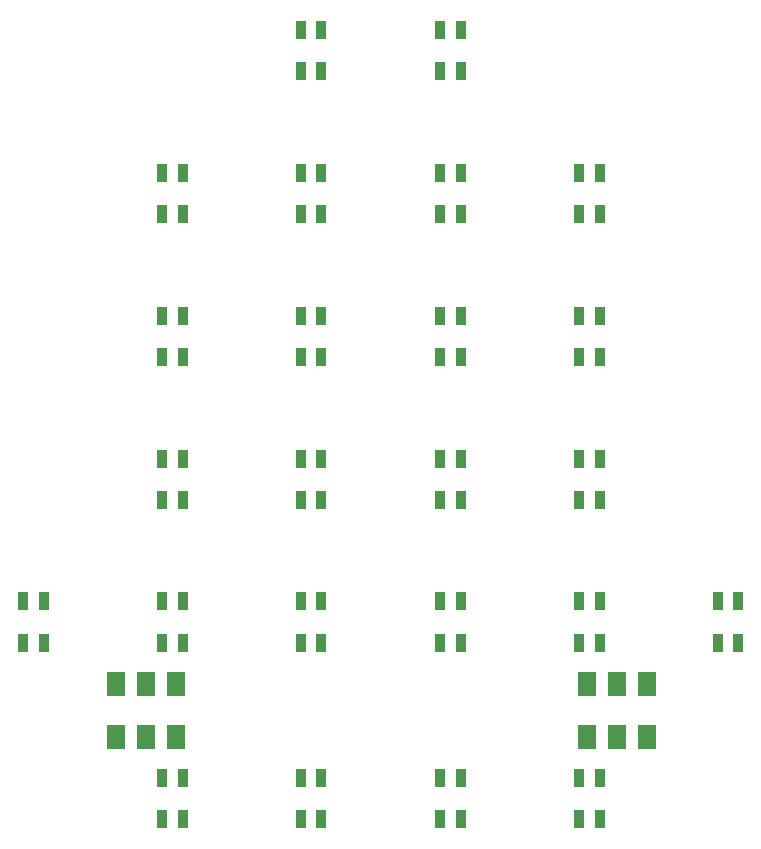
<source format=gbr>
G04 #@! TF.GenerationSoftware,KiCad,Pcbnew,(5.0.0)*
G04 #@! TF.CreationDate,2018-10-19T16:20:16+03:00*
G04 #@! TF.ProjectId,side_1,736964655F312E6B696361645F706362,rev?*
G04 #@! TF.SameCoordinates,Original*
G04 #@! TF.FileFunction,Paste,Bot*
G04 #@! TF.FilePolarity,Positive*
%FSLAX46Y46*%
G04 Gerber Fmt 4.6, Leading zero omitted, Abs format (unit mm)*
G04 Created by KiCad (PCBNEW (5.0.0)) date 10/19/18 16:20:16*
%MOMM*%
%LPD*%
G01*
G04 APERTURE LIST*
%ADD10R,1.600000X2.000000*%
%ADD11R,0.850000X1.600000*%
G04 APERTURE END LIST*
D10*
G04 #@! TO.C,P1*
X162530000Y-117800000D03*
X159990000Y-117800000D03*
X157450000Y-117800000D03*
G04 #@! TD*
G04 #@! TO.C,P1*
X157450000Y-113350000D03*
X159990000Y-113350000D03*
X162530000Y-113350000D03*
G04 #@! TD*
G04 #@! TO.C,P1*
X117620000Y-113350000D03*
X120160000Y-113350000D03*
X122700000Y-113350000D03*
G04 #@! TD*
G04 #@! TO.C,P1*
X122700000Y-117800000D03*
X120160000Y-117800000D03*
X117620000Y-117800000D03*
G04 #@! TD*
D11*
G04 #@! TO.C,HL2*
X168525000Y-106350000D03*
X170275000Y-106350000D03*
X168525000Y-109850000D03*
X170275000Y-109850000D03*
G04 #@! TD*
G04 #@! TO.C,HL4*
X158525000Y-109850000D03*
X156775000Y-109850000D03*
X158525000Y-106350000D03*
X156775000Y-106350000D03*
G04 #@! TD*
G04 #@! TO.C,HL6*
X145025000Y-106350000D03*
X146775000Y-106350000D03*
X145025000Y-109850000D03*
X146775000Y-109850000D03*
G04 #@! TD*
G04 #@! TO.C,HL8*
X134975000Y-109850000D03*
X133225000Y-109850000D03*
X134975000Y-106350000D03*
X133225000Y-106350000D03*
G04 #@! TD*
G04 #@! TO.C,HL10*
X121475000Y-106350000D03*
X123225000Y-106350000D03*
X121475000Y-109850000D03*
X123225000Y-109850000D03*
G04 #@! TD*
G04 #@! TO.C,HL12*
X111475000Y-109850000D03*
X109725000Y-109850000D03*
X111475000Y-106350000D03*
X109725000Y-106350000D03*
G04 #@! TD*
G04 #@! TO.C,HL14*
X121475000Y-94250000D03*
X123225000Y-94250000D03*
X121475000Y-97750000D03*
X123225000Y-97750000D03*
G04 #@! TD*
G04 #@! TO.C,HL16*
X134975000Y-97750000D03*
X133225000Y-97750000D03*
X134975000Y-94250000D03*
X133225000Y-94250000D03*
G04 #@! TD*
G04 #@! TO.C,HL18*
X145025000Y-94250000D03*
X146775000Y-94250000D03*
X145025000Y-97750000D03*
X146775000Y-97750000D03*
G04 #@! TD*
G04 #@! TO.C,HL20*
X158525000Y-97750000D03*
X156775000Y-97750000D03*
X158525000Y-94250000D03*
X156775000Y-94250000D03*
G04 #@! TD*
G04 #@! TO.C,HL22*
X156775000Y-82150000D03*
X158525000Y-82150000D03*
X156775000Y-85650000D03*
X158525000Y-85650000D03*
G04 #@! TD*
G04 #@! TO.C,HL24*
X146775000Y-85650000D03*
X145025000Y-85650000D03*
X146775000Y-82150000D03*
X145025000Y-82150000D03*
G04 #@! TD*
G04 #@! TO.C,HL26*
X133225000Y-82150000D03*
X134975000Y-82150000D03*
X133225000Y-85650000D03*
X134975000Y-85650000D03*
G04 #@! TD*
G04 #@! TO.C,HL28*
X123225000Y-85650000D03*
X121475000Y-85650000D03*
X123225000Y-82150000D03*
X121475000Y-82150000D03*
G04 #@! TD*
G04 #@! TO.C,HL30*
X123225000Y-73550000D03*
X121475000Y-73550000D03*
X123225000Y-70050000D03*
X121475000Y-70050000D03*
G04 #@! TD*
G04 #@! TO.C,HL32*
X134975000Y-73550000D03*
X133225000Y-73550000D03*
X134975000Y-70050000D03*
X133225000Y-70050000D03*
G04 #@! TD*
G04 #@! TO.C,HL34*
X145025000Y-70050000D03*
X146775000Y-70050000D03*
X145025000Y-73550000D03*
X146775000Y-73550000D03*
G04 #@! TD*
G04 #@! TO.C,HL36*
X158525000Y-73550000D03*
X156775000Y-73550000D03*
X158525000Y-70050000D03*
X156775000Y-70050000D03*
G04 #@! TD*
G04 #@! TO.C,HL38*
X145025000Y-57950000D03*
X146775000Y-57950000D03*
X145025000Y-61450000D03*
X146775000Y-61450000D03*
G04 #@! TD*
G04 #@! TO.C,HL40*
X134975000Y-61450000D03*
X133225000Y-61450000D03*
X134975000Y-57950000D03*
X133225000Y-57950000D03*
G04 #@! TD*
G04 #@! TO.C,HL42*
X121475000Y-121300000D03*
X123225000Y-121300000D03*
X121475000Y-124800000D03*
X123225000Y-124800000D03*
G04 #@! TD*
G04 #@! TO.C,HL44*
X134975000Y-124800000D03*
X133225000Y-124800000D03*
X134975000Y-121300000D03*
X133225000Y-121300000D03*
G04 #@! TD*
G04 #@! TO.C,HL46*
X145025000Y-121300000D03*
X146775000Y-121300000D03*
X145025000Y-124800000D03*
X146775000Y-124800000D03*
G04 #@! TD*
G04 #@! TO.C,HL48*
X158525000Y-124800000D03*
X156775000Y-124800000D03*
X158525000Y-121300000D03*
X156775000Y-121300000D03*
G04 #@! TD*
M02*

</source>
